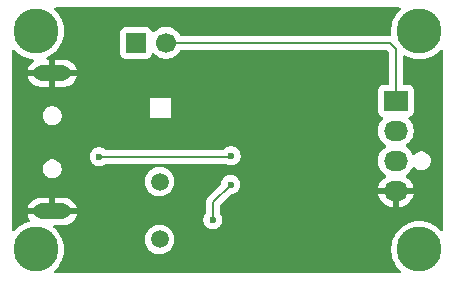
<source format=gbl>
%TF.GenerationSoftware,KiCad,Pcbnew,9.0.3*%
%TF.CreationDate,2025-08-08T09:14:45+05:30*%
%TF.ProjectId,US-UART(Converter),55532d55-4152-4542-9843-6f6e76657274,rev?*%
%TF.SameCoordinates,Original*%
%TF.FileFunction,Copper,L2,Bot*%
%TF.FilePolarity,Positive*%
%FSLAX46Y46*%
G04 Gerber Fmt 4.6, Leading zero omitted, Abs format (unit mm)*
G04 Created by KiCad (PCBNEW 9.0.3) date 2025-08-08 09:14:45*
%MOMM*%
%LPD*%
G01*
G04 APERTURE LIST*
%TA.AperFunction,FiducialPad,Global*%
%ADD10C,3.800000*%
%TD*%
%TA.AperFunction,ComponentPad*%
%ADD11C,1.500000*%
%TD*%
%TA.AperFunction,ComponentPad*%
%ADD12R,1.700000X1.700000*%
%TD*%
%TA.AperFunction,ComponentPad*%
%ADD13C,1.700000*%
%TD*%
%TA.AperFunction,ComponentPad*%
%ADD14R,2.030000X1.730000*%
%TD*%
%TA.AperFunction,ComponentPad*%
%ADD15O,2.030000X1.730000*%
%TD*%
%TA.AperFunction,HeatsinkPad*%
%ADD16O,3.200000X1.300000*%
%TD*%
%TA.AperFunction,ViaPad*%
%ADD17C,0.600000*%
%TD*%
%TA.AperFunction,Conductor*%
%ADD18C,0.200000*%
%TD*%
G04 APERTURE END LIST*
D10*
X97000000Y-65500000D03*
X97000000Y-84000000D03*
X129500000Y-84000000D03*
D11*
X107500000Y-78250000D03*
X107500000Y-83150000D03*
D12*
X105500000Y-66500000D03*
D13*
X108040000Y-66500000D03*
D10*
X129500000Y-65500000D03*
D14*
X127500000Y-71420000D03*
D15*
X127500000Y-73960000D03*
X127500000Y-76500000D03*
X127500000Y-79040000D03*
D16*
X98400000Y-80775000D03*
X98400000Y-69075000D03*
D17*
X109000103Y-72899766D03*
X114000000Y-69500000D03*
X113500000Y-78500000D03*
X112000000Y-81500000D03*
X113555515Y-76055515D03*
X102363235Y-76136765D03*
D18*
X109000000Y-72899869D02*
X109000103Y-72899766D01*
X109000000Y-73000000D02*
X109000000Y-72899869D01*
X112500000Y-69500000D02*
X109000000Y-73000000D01*
X114000000Y-69500000D02*
X112500000Y-69500000D01*
X112000000Y-80000000D02*
X113500000Y-78500000D01*
X112000000Y-81500000D02*
X112000000Y-80000000D01*
X127500000Y-67000000D02*
X127500000Y-71420000D01*
X127000000Y-66500000D02*
X127500000Y-67000000D01*
X108040000Y-66500000D02*
X127000000Y-66500000D01*
X113363235Y-76136765D02*
X102363235Y-76136765D01*
X113500000Y-76000000D02*
X113363235Y-76136765D01*
X113555515Y-76055515D02*
X113500000Y-76000000D01*
%TA.AperFunction,Conductor*%
G36*
X127872358Y-63520185D02*
G01*
X127918113Y-63572989D01*
X127928057Y-63642147D01*
X127899032Y-63705703D01*
X127893000Y-63712181D01*
X127707265Y-63897915D01*
X127539161Y-64108712D01*
X127395714Y-64337005D01*
X127278734Y-64579917D01*
X127189687Y-64834397D01*
X127189684Y-64834405D01*
X127129688Y-65097268D01*
X127129686Y-65097280D01*
X127099500Y-65365186D01*
X127099500Y-65634815D01*
X127113787Y-65761616D01*
X127111032Y-65777340D01*
X127113305Y-65793144D01*
X127105127Y-65811050D01*
X127101732Y-65830437D01*
X127090914Y-65842175D01*
X127084281Y-65856701D01*
X127067720Y-65867343D01*
X127054383Y-65881817D01*
X127038240Y-65886289D01*
X127025503Y-65894476D01*
X126990571Y-65899498D01*
X126990569Y-65899499D01*
X126920943Y-65899499D01*
X126920939Y-65899499D01*
X126913333Y-65899500D01*
X126913332Y-65899499D01*
X126913331Y-65899500D01*
X109325719Y-65899500D01*
X109258680Y-65879815D01*
X109215235Y-65831795D01*
X109195052Y-65792185D01*
X109195051Y-65792184D01*
X109070109Y-65620213D01*
X108919786Y-65469890D01*
X108747820Y-65344951D01*
X108558414Y-65248444D01*
X108558413Y-65248443D01*
X108558412Y-65248443D01*
X108356243Y-65182754D01*
X108356241Y-65182753D01*
X108356240Y-65182753D01*
X108194957Y-65157208D01*
X108146287Y-65149500D01*
X107933713Y-65149500D01*
X107885042Y-65157208D01*
X107723760Y-65182753D01*
X107521585Y-65248444D01*
X107332179Y-65344951D01*
X107160215Y-65469889D01*
X107046673Y-65583431D01*
X106985350Y-65616915D01*
X106915658Y-65611931D01*
X106859725Y-65570059D01*
X106842810Y-65539082D01*
X106793797Y-65407671D01*
X106793793Y-65407664D01*
X106707547Y-65292455D01*
X106707544Y-65292452D01*
X106592335Y-65206206D01*
X106592328Y-65206202D01*
X106457482Y-65155908D01*
X106457483Y-65155908D01*
X106397883Y-65149501D01*
X106397881Y-65149500D01*
X106397873Y-65149500D01*
X106397864Y-65149500D01*
X104602129Y-65149500D01*
X104602123Y-65149501D01*
X104542516Y-65155908D01*
X104407671Y-65206202D01*
X104407664Y-65206206D01*
X104292455Y-65292452D01*
X104292452Y-65292455D01*
X104206206Y-65407664D01*
X104206202Y-65407671D01*
X104155908Y-65542517D01*
X104149501Y-65602116D01*
X104149500Y-65602135D01*
X104149500Y-67397870D01*
X104149501Y-67397876D01*
X104155908Y-67457483D01*
X104206202Y-67592328D01*
X104206206Y-67592335D01*
X104292452Y-67707544D01*
X104292455Y-67707547D01*
X104407664Y-67793793D01*
X104407671Y-67793797D01*
X104542517Y-67844091D01*
X104542516Y-67844091D01*
X104549444Y-67844835D01*
X104602127Y-67850500D01*
X106397872Y-67850499D01*
X106457483Y-67844091D01*
X106592331Y-67793796D01*
X106707546Y-67707546D01*
X106793796Y-67592331D01*
X106842810Y-67460916D01*
X106884681Y-67404984D01*
X106950145Y-67380566D01*
X107018418Y-67395417D01*
X107046673Y-67416569D01*
X107160213Y-67530109D01*
X107332179Y-67655048D01*
X107332181Y-67655049D01*
X107332184Y-67655051D01*
X107521588Y-67751557D01*
X107723757Y-67817246D01*
X107933713Y-67850500D01*
X107933714Y-67850500D01*
X108146286Y-67850500D01*
X108146287Y-67850500D01*
X108356243Y-67817246D01*
X108558412Y-67751557D01*
X108747816Y-67655051D01*
X108817690Y-67604285D01*
X108919786Y-67530109D01*
X108919788Y-67530106D01*
X108919792Y-67530104D01*
X109070104Y-67379792D01*
X109070106Y-67379788D01*
X109070109Y-67379786D01*
X109147155Y-67273739D01*
X109195051Y-67207816D01*
X109201744Y-67194681D01*
X109215235Y-67168205D01*
X109263209Y-67117409D01*
X109325719Y-67100500D01*
X126699903Y-67100500D01*
X126729343Y-67109144D01*
X126759330Y-67115668D01*
X126764345Y-67119422D01*
X126766942Y-67120185D01*
X126787584Y-67136819D01*
X126863181Y-67212416D01*
X126896666Y-67273739D01*
X126899500Y-67300097D01*
X126899500Y-69930500D01*
X126879815Y-69997539D01*
X126827011Y-70043294D01*
X126775500Y-70054500D01*
X126437130Y-70054500D01*
X126437123Y-70054501D01*
X126377516Y-70060908D01*
X126242671Y-70111202D01*
X126242664Y-70111206D01*
X126127455Y-70197452D01*
X126127452Y-70197455D01*
X126041206Y-70312664D01*
X126041202Y-70312671D01*
X125990908Y-70447517D01*
X125984501Y-70507116D01*
X125984501Y-70507123D01*
X125984500Y-70507135D01*
X125984500Y-72332870D01*
X125984501Y-72332876D01*
X125990908Y-72392483D01*
X126041202Y-72527328D01*
X126041206Y-72527335D01*
X126127452Y-72642544D01*
X126127455Y-72642547D01*
X126242664Y-72728793D01*
X126242673Y-72728798D01*
X126309821Y-72753842D01*
X126358632Y-72772047D01*
X126414566Y-72813917D01*
X126438984Y-72879381D01*
X126424133Y-72947654D01*
X126402982Y-72975910D01*
X126308454Y-73070438D01*
X126182120Y-73244321D01*
X126084541Y-73435829D01*
X126084540Y-73435832D01*
X126018124Y-73640240D01*
X126018124Y-73640243D01*
X125984500Y-73852534D01*
X125984500Y-74067465D01*
X126018124Y-74279756D01*
X126018124Y-74279759D01*
X126084540Y-74484167D01*
X126084541Y-74484170D01*
X126182120Y-74675678D01*
X126308455Y-74849563D01*
X126460437Y-75001545D01*
X126606181Y-75107434D01*
X126636802Y-75129682D01*
X126679467Y-75185012D01*
X126685446Y-75254626D01*
X126652840Y-75316421D01*
X126636802Y-75330318D01*
X126634322Y-75332120D01*
X126460437Y-75458455D01*
X126460435Y-75458457D01*
X126460434Y-75458457D01*
X126308457Y-75610434D01*
X126308457Y-75610435D01*
X126308455Y-75610437D01*
X126296805Y-75626472D01*
X126182120Y-75784321D01*
X126084541Y-75975829D01*
X126084540Y-75975832D01*
X126018124Y-76180240D01*
X126018124Y-76180243D01*
X126000896Y-76289016D01*
X125984500Y-76392533D01*
X125984500Y-76607467D01*
X126004460Y-76733489D01*
X126018124Y-76819756D01*
X126018124Y-76819759D01*
X126084540Y-77024167D01*
X126084541Y-77024170D01*
X126134281Y-77121789D01*
X126182120Y-77215678D01*
X126308455Y-77389563D01*
X126460437Y-77541545D01*
X126533453Y-77594594D01*
X126637226Y-77669990D01*
X126679892Y-77725320D01*
X126685871Y-77794933D01*
X126653265Y-77856728D01*
X126637227Y-77870626D01*
X126460760Y-77998838D01*
X126460759Y-77998838D01*
X126308838Y-78150759D01*
X126182547Y-78324583D01*
X126085003Y-78516024D01*
X126018610Y-78720364D01*
X126007581Y-78790000D01*
X127055440Y-78790000D01*
X127024755Y-78843147D01*
X126990000Y-78972857D01*
X126990000Y-79107143D01*
X127024755Y-79236853D01*
X127055440Y-79290000D01*
X126007581Y-79290000D01*
X126018610Y-79359635D01*
X126085003Y-79563975D01*
X126182547Y-79755416D01*
X126308838Y-79929240D01*
X126460759Y-80081161D01*
X126634583Y-80207452D01*
X126826024Y-80304996D01*
X127030358Y-80371388D01*
X127242573Y-80405000D01*
X127250000Y-80405000D01*
X127250000Y-79484560D01*
X127303147Y-79515245D01*
X127432857Y-79550000D01*
X127567143Y-79550000D01*
X127696853Y-79515245D01*
X127750000Y-79484560D01*
X127750000Y-80405000D01*
X127757427Y-80405000D01*
X127969639Y-80371388D01*
X127969642Y-80371388D01*
X128173975Y-80304996D01*
X128365416Y-80207452D01*
X128539240Y-80081161D01*
X128691161Y-79929240D01*
X128817452Y-79755416D01*
X128914996Y-79563975D01*
X128981389Y-79359635D01*
X128992419Y-79290000D01*
X127944560Y-79290000D01*
X127975245Y-79236853D01*
X128010000Y-79107143D01*
X128010000Y-78972857D01*
X127975245Y-78843147D01*
X127944560Y-78790000D01*
X128992419Y-78790000D01*
X128981389Y-78720364D01*
X128914996Y-78516024D01*
X128817452Y-78324583D01*
X128691161Y-78150759D01*
X128539240Y-77998838D01*
X128362772Y-77870626D01*
X128320107Y-77815296D01*
X128314128Y-77745682D01*
X128346734Y-77683888D01*
X128362773Y-77669990D01*
X128365675Y-77667881D01*
X128365678Y-77667880D01*
X128539563Y-77541545D01*
X128691545Y-77389563D01*
X128817880Y-77215678D01*
X128884094Y-77085724D01*
X128932068Y-77034929D01*
X128999889Y-77018134D01*
X129066024Y-77040671D01*
X129082260Y-77054339D01*
X129149707Y-77121786D01*
X129149711Y-77121789D01*
X129280814Y-77209390D01*
X129280827Y-77209397D01*
X129388138Y-77253846D01*
X129426503Y-77269737D01*
X129559400Y-77296172D01*
X129581153Y-77300499D01*
X129581156Y-77300500D01*
X129581158Y-77300500D01*
X129738844Y-77300500D01*
X129738845Y-77300499D01*
X129893497Y-77269737D01*
X130039179Y-77209394D01*
X130170289Y-77121789D01*
X130281789Y-77010289D01*
X130369394Y-76879179D01*
X130429737Y-76733497D01*
X130460500Y-76578842D01*
X130460500Y-76421158D01*
X130460500Y-76421155D01*
X130460499Y-76421153D01*
X130434214Y-76289012D01*
X130429737Y-76266503D01*
X130408657Y-76215611D01*
X130369397Y-76120827D01*
X130369390Y-76120814D01*
X130281789Y-75989711D01*
X130281786Y-75989707D01*
X130170292Y-75878213D01*
X130170288Y-75878210D01*
X130039185Y-75790609D01*
X130039172Y-75790602D01*
X129893501Y-75730264D01*
X129893489Y-75730261D01*
X129738845Y-75699500D01*
X129738842Y-75699500D01*
X129581158Y-75699500D01*
X129581155Y-75699500D01*
X129426510Y-75730261D01*
X129426498Y-75730264D01*
X129280827Y-75790602D01*
X129280814Y-75790609D01*
X129149711Y-75878210D01*
X129082260Y-75945661D01*
X129020936Y-75979145D01*
X128951245Y-75974160D01*
X128895311Y-75932289D01*
X128884094Y-75914274D01*
X128859793Y-75866582D01*
X128817880Y-75784322D01*
X128691545Y-75610437D01*
X128539563Y-75458455D01*
X128505529Y-75433728D01*
X128363198Y-75330318D01*
X128320532Y-75274988D01*
X128314553Y-75205375D01*
X128347159Y-75143580D01*
X128363198Y-75129682D01*
X128391381Y-75109205D01*
X128539563Y-75001545D01*
X128691545Y-74849563D01*
X128817880Y-74675678D01*
X128915458Y-74484170D01*
X128981876Y-74279755D01*
X129015500Y-74067467D01*
X129015500Y-73852533D01*
X128981876Y-73640245D01*
X128981875Y-73640241D01*
X128981875Y-73640240D01*
X128915459Y-73435832D01*
X128915458Y-73435829D01*
X128844613Y-73296789D01*
X128817880Y-73244322D01*
X128691545Y-73070437D01*
X128597018Y-72975910D01*
X128563533Y-72914587D01*
X128568517Y-72844895D01*
X128610389Y-72788962D01*
X128641362Y-72772049D01*
X128757331Y-72728796D01*
X128872546Y-72642546D01*
X128958796Y-72527331D01*
X129009091Y-72392483D01*
X129015500Y-72332873D01*
X129015499Y-70507128D01*
X129009091Y-70447517D01*
X128958796Y-70312669D01*
X128958795Y-70312668D01*
X128958793Y-70312664D01*
X128872547Y-70197455D01*
X128872544Y-70197452D01*
X128757335Y-70111206D01*
X128757328Y-70111202D01*
X128622482Y-70060908D01*
X128622483Y-70060908D01*
X128562883Y-70054501D01*
X128562881Y-70054500D01*
X128562873Y-70054500D01*
X128562865Y-70054500D01*
X128224500Y-70054500D01*
X128157461Y-70034815D01*
X128111706Y-69982011D01*
X128100500Y-69930500D01*
X128100500Y-67680040D01*
X128120185Y-67613001D01*
X128172989Y-67567246D01*
X128242147Y-67557302D01*
X128290472Y-67575046D01*
X128337003Y-67604284D01*
X128579921Y-67721267D01*
X128757353Y-67783353D01*
X128834397Y-67810312D01*
X128834405Y-67810315D01*
X128834408Y-67810315D01*
X128834409Y-67810316D01*
X129097268Y-67870312D01*
X129365187Y-67900499D01*
X129365188Y-67900500D01*
X129365191Y-67900500D01*
X129634812Y-67900500D01*
X129634812Y-67900499D01*
X129902732Y-67870312D01*
X130165591Y-67810316D01*
X130420079Y-67721267D01*
X130662997Y-67604284D01*
X130891289Y-67460838D01*
X131102085Y-67292734D01*
X131287819Y-67107000D01*
X131349142Y-67073515D01*
X131418834Y-67078499D01*
X131474767Y-67120371D01*
X131499184Y-67185835D01*
X131499500Y-67194681D01*
X131499500Y-82305319D01*
X131479815Y-82372358D01*
X131427011Y-82418113D01*
X131357853Y-82428057D01*
X131294297Y-82399032D01*
X131287819Y-82393000D01*
X131102084Y-82207265D01*
X130994896Y-82121786D01*
X130891289Y-82039162D01*
X130669019Y-81899500D01*
X130662994Y-81895714D01*
X130420082Y-81778734D01*
X130165602Y-81689687D01*
X130165594Y-81689684D01*
X129968446Y-81644687D01*
X129902732Y-81629688D01*
X129902728Y-81629687D01*
X129902719Y-81629686D01*
X129634813Y-81599500D01*
X129634809Y-81599500D01*
X129365191Y-81599500D01*
X129365186Y-81599500D01*
X129097280Y-81629686D01*
X129097268Y-81629688D01*
X128834405Y-81689684D01*
X128834397Y-81689687D01*
X128579917Y-81778734D01*
X128337005Y-81895714D01*
X128108712Y-82039161D01*
X127897915Y-82207265D01*
X127707265Y-82397915D01*
X127539161Y-82608712D01*
X127395714Y-82837005D01*
X127278734Y-83079917D01*
X127189687Y-83334397D01*
X127189684Y-83334405D01*
X127129688Y-83597268D01*
X127129686Y-83597280D01*
X127099500Y-83865186D01*
X127099500Y-84134813D01*
X127129686Y-84402719D01*
X127129688Y-84402731D01*
X127189684Y-84665594D01*
X127189687Y-84665602D01*
X127278734Y-84920082D01*
X127395714Y-85162994D01*
X127395716Y-85162997D01*
X127539162Y-85391289D01*
X127664573Y-85548549D01*
X127707265Y-85602084D01*
X127893000Y-85787819D01*
X127926485Y-85849142D01*
X127921501Y-85918834D01*
X127879629Y-85974767D01*
X127814165Y-85999184D01*
X127805319Y-85999500D01*
X98694681Y-85999500D01*
X98627642Y-85979815D01*
X98581887Y-85927011D01*
X98571943Y-85857853D01*
X98600968Y-85794297D01*
X98607000Y-85787819D01*
X98792734Y-85602085D01*
X98960838Y-85391289D01*
X99104284Y-85162997D01*
X99221267Y-84920079D01*
X99310316Y-84665591D01*
X99370312Y-84402732D01*
X99400500Y-84134809D01*
X99400500Y-83865191D01*
X99370312Y-83597268D01*
X99310316Y-83334409D01*
X99221267Y-83079921D01*
X99207617Y-83051577D01*
X106249500Y-83051577D01*
X106249500Y-83248422D01*
X106280290Y-83442826D01*
X106341117Y-83630029D01*
X106430476Y-83805405D01*
X106546172Y-83964646D01*
X106685354Y-84103828D01*
X106844595Y-84219524D01*
X106927455Y-84261743D01*
X107019970Y-84308882D01*
X107019972Y-84308882D01*
X107019975Y-84308884D01*
X107120317Y-84341487D01*
X107207173Y-84369709D01*
X107401578Y-84400500D01*
X107401583Y-84400500D01*
X107598422Y-84400500D01*
X107792826Y-84369709D01*
X107980025Y-84308884D01*
X108155405Y-84219524D01*
X108314646Y-84103828D01*
X108453828Y-83964646D01*
X108569524Y-83805405D01*
X108658884Y-83630025D01*
X108719709Y-83442826D01*
X108750500Y-83248422D01*
X108750500Y-83051577D01*
X108719709Y-82857173D01*
X108658882Y-82669970D01*
X108569523Y-82494594D01*
X108453828Y-82335354D01*
X108314646Y-82196172D01*
X108155405Y-82080476D01*
X107980029Y-81991117D01*
X107792826Y-81930290D01*
X107598422Y-81899500D01*
X107598417Y-81899500D01*
X107401583Y-81899500D01*
X107401578Y-81899500D01*
X107207173Y-81930290D01*
X107019970Y-81991117D01*
X106844594Y-82080476D01*
X106754482Y-82145947D01*
X106685354Y-82196172D01*
X106685352Y-82196174D01*
X106685351Y-82196174D01*
X106546174Y-82335351D01*
X106546174Y-82335352D01*
X106546172Y-82335354D01*
X106500719Y-82397915D01*
X106430476Y-82494594D01*
X106341117Y-82669970D01*
X106280290Y-82857173D01*
X106249500Y-83051577D01*
X99207617Y-83051577D01*
X99104285Y-82837005D01*
X98999499Y-82670240D01*
X98960838Y-82608711D01*
X98792734Y-82397915D01*
X98602085Y-82207266D01*
X98602084Y-82207265D01*
X98602078Y-82207259D01*
X98525194Y-82145947D01*
X98485053Y-82088759D01*
X98482203Y-82018948D01*
X98517548Y-81958677D01*
X98579867Y-81927084D01*
X98602506Y-81925000D01*
X99440506Y-81925000D01*
X99619293Y-81896682D01*
X99791444Y-81840748D01*
X99791447Y-81840747D01*
X99952734Y-81758565D01*
X100099169Y-81652176D01*
X100227176Y-81524169D01*
X100302021Y-81421153D01*
X111199500Y-81421153D01*
X111199500Y-81578846D01*
X111230261Y-81733489D01*
X111230264Y-81733501D01*
X111290602Y-81879172D01*
X111290609Y-81879185D01*
X111378210Y-82010288D01*
X111378213Y-82010292D01*
X111489707Y-82121786D01*
X111489711Y-82121789D01*
X111620814Y-82209390D01*
X111620827Y-82209397D01*
X111766498Y-82269735D01*
X111766503Y-82269737D01*
X111921153Y-82300499D01*
X111921156Y-82300500D01*
X111921158Y-82300500D01*
X112078844Y-82300500D01*
X112078845Y-82300499D01*
X112233497Y-82269737D01*
X112379179Y-82209394D01*
X112510289Y-82121789D01*
X112621789Y-82010289D01*
X112709394Y-81879179D01*
X112769737Y-81733497D01*
X112800500Y-81578842D01*
X112800500Y-81421158D01*
X112800500Y-81421155D01*
X112800499Y-81421153D01*
X112769738Y-81266510D01*
X112769737Y-81266503D01*
X112769735Y-81266498D01*
X112709397Y-81120827D01*
X112709390Y-81120814D01*
X112621398Y-80989125D01*
X112600520Y-80922447D01*
X112600500Y-80920234D01*
X112600500Y-80300097D01*
X112620185Y-80233058D01*
X112636819Y-80212416D01*
X113057801Y-79791434D01*
X113514662Y-79334572D01*
X113575983Y-79301089D01*
X113578150Y-79300638D01*
X113636085Y-79289113D01*
X113733497Y-79269737D01*
X113879179Y-79209394D01*
X113887514Y-79203825D01*
X113968316Y-79149835D01*
X113986411Y-79137743D01*
X114010289Y-79121789D01*
X114121789Y-79010289D01*
X114209394Y-78879179D01*
X114269737Y-78733497D01*
X114300500Y-78578842D01*
X114300500Y-78421158D01*
X114300500Y-78421155D01*
X114300499Y-78421153D01*
X114269738Y-78266510D01*
X114269738Y-78266508D01*
X114269737Y-78266503D01*
X114222136Y-78151583D01*
X114209397Y-78120827D01*
X114209390Y-78120814D01*
X114121789Y-77989711D01*
X114121786Y-77989707D01*
X114010292Y-77878213D01*
X114010288Y-77878210D01*
X113879185Y-77790609D01*
X113879172Y-77790602D01*
X113733501Y-77730264D01*
X113733489Y-77730261D01*
X113578845Y-77699500D01*
X113578842Y-77699500D01*
X113421158Y-77699500D01*
X113421155Y-77699500D01*
X113266510Y-77730261D01*
X113266498Y-77730264D01*
X113120827Y-77790602D01*
X113120814Y-77790609D01*
X112989711Y-77878210D01*
X112989707Y-77878213D01*
X112878213Y-77989707D01*
X112878210Y-77989711D01*
X112790609Y-78120814D01*
X112790602Y-78120827D01*
X112730264Y-78266498D01*
X112730261Y-78266508D01*
X112699361Y-78421850D01*
X112666976Y-78483761D01*
X112665425Y-78485339D01*
X111519481Y-79631282D01*
X111519480Y-79631284D01*
X111474466Y-79709252D01*
X111469361Y-79718094D01*
X111469359Y-79718096D01*
X111440425Y-79768209D01*
X111440424Y-79768210D01*
X111440423Y-79768215D01*
X111399499Y-79920943D01*
X111399499Y-79920945D01*
X111399499Y-80089046D01*
X111399500Y-80089059D01*
X111399500Y-80920234D01*
X111379815Y-80987273D01*
X111378602Y-80989125D01*
X111290609Y-81120814D01*
X111290602Y-81120827D01*
X111230264Y-81266498D01*
X111230261Y-81266510D01*
X111199500Y-81421153D01*
X100302021Y-81421153D01*
X100333566Y-81377734D01*
X100343230Y-81358769D01*
X100343230Y-81358768D01*
X100415747Y-81216447D01*
X100415749Y-81216441D01*
X100471681Y-81044295D01*
X100471684Y-81044285D01*
X100474739Y-81025000D01*
X99544975Y-81025000D01*
X99580070Y-80989905D01*
X99626148Y-80910095D01*
X99650000Y-80821078D01*
X99650000Y-80728922D01*
X99626148Y-80639905D01*
X99580070Y-80560095D01*
X99544975Y-80525000D01*
X100474739Y-80525000D01*
X100471684Y-80505714D01*
X100471681Y-80505704D01*
X100415749Y-80333558D01*
X100415747Y-80333552D01*
X100333565Y-80172265D01*
X100227176Y-80025830D01*
X100099169Y-79897823D01*
X99952734Y-79791434D01*
X99791447Y-79709252D01*
X99791444Y-79709251D01*
X99619293Y-79653317D01*
X99440506Y-79625000D01*
X98650000Y-79625000D01*
X98650000Y-80425000D01*
X98150000Y-80425000D01*
X98150000Y-79625000D01*
X97359494Y-79625000D01*
X97180706Y-79653317D01*
X97008555Y-79709251D01*
X97008552Y-79709252D01*
X96847265Y-79791434D01*
X96700830Y-79897823D01*
X96572823Y-80025830D01*
X96466434Y-80172265D01*
X96384252Y-80333552D01*
X96384250Y-80333558D01*
X96328318Y-80505704D01*
X96328315Y-80505714D01*
X96325261Y-80525000D01*
X97255025Y-80525000D01*
X97219930Y-80560095D01*
X97173852Y-80639905D01*
X97150000Y-80728922D01*
X97150000Y-80821078D01*
X97173852Y-80910095D01*
X97219930Y-80989905D01*
X97255025Y-81025000D01*
X96325261Y-81025000D01*
X96328315Y-81044285D01*
X96328318Y-81044295D01*
X96384250Y-81216441D01*
X96384252Y-81216447D01*
X96466433Y-81377733D01*
X96531644Y-81467490D01*
X96555123Y-81533296D01*
X96539297Y-81601350D01*
X96489191Y-81650044D01*
X96458918Y-81661265D01*
X96334406Y-81689684D01*
X96334397Y-81689687D01*
X96079917Y-81778734D01*
X95837005Y-81895714D01*
X95608712Y-82039161D01*
X95397915Y-82207265D01*
X95212181Y-82393000D01*
X95150858Y-82426485D01*
X95081166Y-82421501D01*
X95025233Y-82379629D01*
X95000816Y-82314165D01*
X95000500Y-82305319D01*
X95000500Y-78151577D01*
X106249500Y-78151577D01*
X106249500Y-78348422D01*
X106280290Y-78542826D01*
X106341117Y-78730029D01*
X106398754Y-78843147D01*
X106430476Y-78905405D01*
X106546172Y-79064646D01*
X106685354Y-79203828D01*
X106844595Y-79319524D01*
X106910584Y-79353147D01*
X107019970Y-79408882D01*
X107019972Y-79408882D01*
X107019975Y-79408884D01*
X107120317Y-79441487D01*
X107207173Y-79469709D01*
X107401578Y-79500500D01*
X107401583Y-79500500D01*
X107598422Y-79500500D01*
X107792826Y-79469709D01*
X107980025Y-79408884D01*
X108155405Y-79319524D01*
X108314646Y-79203828D01*
X108453828Y-79064646D01*
X108569524Y-78905405D01*
X108658884Y-78730025D01*
X108719709Y-78542826D01*
X108734211Y-78451265D01*
X108750500Y-78348422D01*
X108750500Y-78151577D01*
X108719709Y-77957173D01*
X108658882Y-77769970D01*
X108569523Y-77594594D01*
X108540164Y-77554185D01*
X108453828Y-77435354D01*
X108314646Y-77296172D01*
X108155405Y-77180476D01*
X107980029Y-77091117D01*
X107792826Y-77030290D01*
X107598422Y-76999500D01*
X107598417Y-76999500D01*
X107401583Y-76999500D01*
X107401578Y-76999500D01*
X107207173Y-77030290D01*
X107019970Y-77091117D01*
X106844594Y-77180476D01*
X106753741Y-77246485D01*
X106685354Y-77296172D01*
X106685352Y-77296174D01*
X106685351Y-77296174D01*
X106546174Y-77435351D01*
X106546174Y-77435352D01*
X106546172Y-77435354D01*
X106496485Y-77503741D01*
X106430476Y-77594594D01*
X106341117Y-77769970D01*
X106280290Y-77957173D01*
X106249500Y-78151577D01*
X95000500Y-78151577D01*
X95000500Y-77096153D01*
X97599500Y-77096153D01*
X97599500Y-77253846D01*
X97630261Y-77408489D01*
X97630264Y-77408501D01*
X97690602Y-77554172D01*
X97690609Y-77554185D01*
X97778210Y-77685288D01*
X97778213Y-77685292D01*
X97889707Y-77796786D01*
X97889711Y-77796789D01*
X98020814Y-77884390D01*
X98020827Y-77884397D01*
X98166498Y-77944735D01*
X98166503Y-77944737D01*
X98321153Y-77975499D01*
X98321156Y-77975500D01*
X98321158Y-77975500D01*
X98478844Y-77975500D01*
X98478845Y-77975499D01*
X98633497Y-77944737D01*
X98779179Y-77884394D01*
X98910289Y-77796789D01*
X99021789Y-77685289D01*
X99109394Y-77554179D01*
X99169737Y-77408497D01*
X99200500Y-77253842D01*
X99200500Y-77096158D01*
X99200500Y-77096155D01*
X99200499Y-77096153D01*
X99187398Y-77030290D01*
X99169737Y-76941503D01*
X99155239Y-76906502D01*
X99109397Y-76795827D01*
X99109390Y-76795814D01*
X99021789Y-76664711D01*
X99021786Y-76664707D01*
X98910292Y-76553213D01*
X98910288Y-76553210D01*
X98779185Y-76465609D01*
X98779172Y-76465602D01*
X98633501Y-76405264D01*
X98633489Y-76405261D01*
X98478845Y-76374500D01*
X98478842Y-76374500D01*
X98321158Y-76374500D01*
X98321155Y-76374500D01*
X98166510Y-76405261D01*
X98166498Y-76405264D01*
X98020827Y-76465602D01*
X98020814Y-76465609D01*
X97889711Y-76553210D01*
X97889707Y-76553213D01*
X97778213Y-76664707D01*
X97778210Y-76664711D01*
X97690609Y-76795814D01*
X97690602Y-76795827D01*
X97630264Y-76941498D01*
X97630261Y-76941510D01*
X97599500Y-77096153D01*
X95000500Y-77096153D01*
X95000500Y-76057918D01*
X101562735Y-76057918D01*
X101562735Y-76215611D01*
X101593496Y-76370254D01*
X101593499Y-76370266D01*
X101653837Y-76515937D01*
X101653844Y-76515950D01*
X101741445Y-76647053D01*
X101741448Y-76647057D01*
X101852942Y-76758551D01*
X101852946Y-76758554D01*
X101984049Y-76846155D01*
X101984062Y-76846162D01*
X102063788Y-76879185D01*
X102129738Y-76906502D01*
X102284388Y-76937264D01*
X102284391Y-76937265D01*
X102284393Y-76937265D01*
X102442079Y-76937265D01*
X102442080Y-76937264D01*
X102596732Y-76906502D01*
X102742414Y-76846159D01*
X102773704Y-76825252D01*
X102874110Y-76758163D01*
X102940788Y-76737285D01*
X102943001Y-76737265D01*
X113097348Y-76737265D01*
X113164387Y-76756950D01*
X113166239Y-76758163D01*
X113176329Y-76764905D01*
X113176342Y-76764912D01*
X113322013Y-76825250D01*
X113322018Y-76825252D01*
X113476668Y-76856014D01*
X113476671Y-76856015D01*
X113476673Y-76856015D01*
X113634359Y-76856015D01*
X113634360Y-76856014D01*
X113789012Y-76825252D01*
X113934694Y-76764909D01*
X114065804Y-76677304D01*
X114177304Y-76565804D01*
X114264909Y-76434694D01*
X114325252Y-76289012D01*
X114356015Y-76134357D01*
X114356015Y-75976673D01*
X114356015Y-75976670D01*
X114356014Y-75976668D01*
X114336430Y-75878213D01*
X114325252Y-75822018D01*
X114287246Y-75730263D01*
X114264912Y-75676342D01*
X114264905Y-75676329D01*
X114177304Y-75545226D01*
X114177301Y-75545222D01*
X114065807Y-75433728D01*
X114065803Y-75433725D01*
X113934700Y-75346124D01*
X113934687Y-75346117D01*
X113789016Y-75285779D01*
X113789004Y-75285776D01*
X113634360Y-75255015D01*
X113634357Y-75255015D01*
X113476673Y-75255015D01*
X113476670Y-75255015D01*
X113322025Y-75285776D01*
X113322013Y-75285779D01*
X113176342Y-75346117D01*
X113176329Y-75346124D01*
X113045227Y-75433724D01*
X113020500Y-75458452D01*
X112979004Y-75499947D01*
X112917684Y-75533431D01*
X112891325Y-75536265D01*
X102943001Y-75536265D01*
X102875962Y-75516580D01*
X102874110Y-75515367D01*
X102742420Y-75427374D01*
X102742407Y-75427367D01*
X102596736Y-75367029D01*
X102596724Y-75367026D01*
X102442080Y-75336265D01*
X102442077Y-75336265D01*
X102284393Y-75336265D01*
X102284390Y-75336265D01*
X102129745Y-75367026D01*
X102129733Y-75367029D01*
X101984062Y-75427367D01*
X101984049Y-75427374D01*
X101852946Y-75514975D01*
X101852942Y-75514978D01*
X101741448Y-75626472D01*
X101741445Y-75626476D01*
X101653844Y-75757579D01*
X101653837Y-75757592D01*
X101593499Y-75903263D01*
X101593496Y-75903275D01*
X101562735Y-76057918D01*
X95000500Y-76057918D01*
X95000500Y-72596153D01*
X97599500Y-72596153D01*
X97599500Y-72753846D01*
X97630261Y-72908489D01*
X97630264Y-72908501D01*
X97690602Y-73054172D01*
X97690609Y-73054185D01*
X97778210Y-73185288D01*
X97778213Y-73185292D01*
X97889707Y-73296786D01*
X97889711Y-73296789D01*
X98020814Y-73384390D01*
X98020827Y-73384397D01*
X98144997Y-73435829D01*
X98166503Y-73444737D01*
X98321153Y-73475499D01*
X98321156Y-73475500D01*
X98321158Y-73475500D01*
X98478844Y-73475500D01*
X98478845Y-73475499D01*
X98633497Y-73444737D01*
X98779179Y-73384394D01*
X98910289Y-73296789D01*
X99021789Y-73185289D01*
X99109394Y-73054179D01*
X99169737Y-72908497D01*
X99171308Y-72900598D01*
X106723822Y-72900598D01*
X108466050Y-72900598D01*
X108466050Y-71182102D01*
X106723822Y-71182102D01*
X106723822Y-72900598D01*
X99171308Y-72900598D01*
X99200500Y-72753842D01*
X99200500Y-72596158D01*
X99200500Y-72596155D01*
X99200499Y-72596153D01*
X99169738Y-72441510D01*
X99169737Y-72441503D01*
X99169735Y-72441498D01*
X99109397Y-72295827D01*
X99109390Y-72295814D01*
X99021789Y-72164711D01*
X99021786Y-72164707D01*
X98910292Y-72053213D01*
X98910288Y-72053210D01*
X98779185Y-71965609D01*
X98779172Y-71965602D01*
X98633501Y-71905264D01*
X98633489Y-71905261D01*
X98478845Y-71874500D01*
X98478842Y-71874500D01*
X98321158Y-71874500D01*
X98321155Y-71874500D01*
X98166510Y-71905261D01*
X98166498Y-71905264D01*
X98020827Y-71965602D01*
X98020814Y-71965609D01*
X97889711Y-72053210D01*
X97889707Y-72053213D01*
X97778213Y-72164707D01*
X97778210Y-72164711D01*
X97690609Y-72295814D01*
X97690602Y-72295827D01*
X97630264Y-72441498D01*
X97630261Y-72441510D01*
X97599500Y-72596153D01*
X95000500Y-72596153D01*
X95000500Y-67194681D01*
X95020185Y-67127642D01*
X95072989Y-67081887D01*
X95142147Y-67071943D01*
X95205703Y-67100968D01*
X95212181Y-67107000D01*
X95397915Y-67292734D01*
X95608711Y-67460838D01*
X95837003Y-67604284D01*
X96079921Y-67721267D01*
X96257353Y-67783353D01*
X96334397Y-67810312D01*
X96334405Y-67810315D01*
X96334408Y-67810315D01*
X96334409Y-67810316D01*
X96597268Y-67870312D01*
X96597276Y-67870312D01*
X96597281Y-67870314D01*
X96689605Y-67880716D01*
X96759741Y-67888618D01*
X96824154Y-67915684D01*
X96863709Y-67973279D01*
X96865847Y-68043116D01*
X96829889Y-68103022D01*
X96818743Y-68112156D01*
X96700826Y-68197827D01*
X96572823Y-68325830D01*
X96466434Y-68472265D01*
X96384252Y-68633552D01*
X96384250Y-68633558D01*
X96328318Y-68805704D01*
X96328315Y-68805714D01*
X96325261Y-68825000D01*
X97255025Y-68825000D01*
X97219930Y-68860095D01*
X97173852Y-68939905D01*
X97150000Y-69028922D01*
X97150000Y-69121078D01*
X97173852Y-69210095D01*
X97219930Y-69289905D01*
X97255025Y-69325000D01*
X96325261Y-69325000D01*
X96328315Y-69344285D01*
X96328318Y-69344295D01*
X96384250Y-69516441D01*
X96384252Y-69516447D01*
X96466434Y-69677734D01*
X96572823Y-69824169D01*
X96700830Y-69952176D01*
X96847265Y-70058565D01*
X97008552Y-70140747D01*
X97008555Y-70140748D01*
X97180706Y-70196682D01*
X97359494Y-70225000D01*
X98150000Y-70225000D01*
X98150000Y-69425000D01*
X98650000Y-69425000D01*
X98650000Y-70225000D01*
X99440506Y-70225000D01*
X99619293Y-70196682D01*
X99791444Y-70140748D01*
X99791447Y-70140747D01*
X99952734Y-70058565D01*
X100099169Y-69952176D01*
X100227176Y-69824169D01*
X100333565Y-69677734D01*
X100415747Y-69516447D01*
X100415749Y-69516441D01*
X100471681Y-69344295D01*
X100471684Y-69344285D01*
X100474739Y-69325000D01*
X99544975Y-69325000D01*
X99580070Y-69289905D01*
X99626148Y-69210095D01*
X99650000Y-69121078D01*
X99650000Y-69028922D01*
X99626148Y-68939905D01*
X99580070Y-68860095D01*
X99544975Y-68825000D01*
X100474739Y-68825000D01*
X100471684Y-68805714D01*
X100471681Y-68805704D01*
X100415749Y-68633558D01*
X100415747Y-68633552D01*
X100333565Y-68472265D01*
X100227176Y-68325830D01*
X100099169Y-68197823D01*
X99952734Y-68091434D01*
X99791447Y-68009252D01*
X99791444Y-68009251D01*
X99619293Y-67953317D01*
X99440506Y-67925000D01*
X98650000Y-67925000D01*
X98650000Y-68725000D01*
X98150000Y-68725000D01*
X98150000Y-67964947D01*
X98003498Y-67919412D01*
X97989449Y-67910067D01*
X97973264Y-67905315D01*
X97960964Y-67891120D01*
X97945322Y-67880716D01*
X97938555Y-67865259D01*
X97927509Y-67852511D01*
X97924835Y-67833920D01*
X97917302Y-67816711D01*
X97919965Y-67800050D01*
X97917565Y-67783353D01*
X97925368Y-67766266D01*
X97928334Y-67747718D01*
X97939581Y-67735143D01*
X97946590Y-67719797D01*
X97967844Y-67703545D01*
X97974915Y-67695641D01*
X97980034Y-67694224D01*
X97986502Y-67689280D01*
X98162991Y-67604287D01*
X98162991Y-67604286D01*
X98162997Y-67604284D01*
X98391289Y-67460838D01*
X98602085Y-67292734D01*
X98792734Y-67102085D01*
X98960838Y-66891289D01*
X99104284Y-66662997D01*
X99221267Y-66420079D01*
X99310316Y-66165591D01*
X99370312Y-65902732D01*
X99400500Y-65634809D01*
X99400500Y-65365191D01*
X99370312Y-65097268D01*
X99310316Y-64834409D01*
X99221267Y-64579921D01*
X99104284Y-64337003D01*
X98960838Y-64108711D01*
X98792734Y-63897915D01*
X98607000Y-63712181D01*
X98573515Y-63650858D01*
X98578499Y-63581166D01*
X98620371Y-63525233D01*
X98685835Y-63500816D01*
X98694681Y-63500500D01*
X127805319Y-63500500D01*
X127872358Y-63520185D01*
G37*
%TD.AperFunction*%
M02*

</source>
